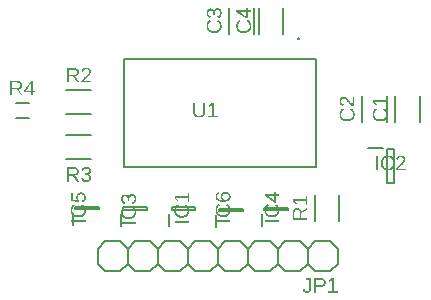
<source format=gbr>
G04 EAGLE Gerber RS-274X export*
G75*
%MOMM*%
%FSLAX34Y34*%
%LPD*%
%INSilkscreen Top*%
%IPPOS*%
%AMOC8*
5,1,8,0,0,1.08239X$1,22.5*%
G01*
G04 Define Apertures*
%ADD10C,0.127000*%
%ADD11C,0.200000*%
%ADD12C,0.152400*%
G36*
X270740Y233307D02*
X271208Y233341D01*
X271659Y233397D01*
X272094Y233475D01*
X272512Y233575D01*
X272914Y233698D01*
X273299Y233843D01*
X273667Y234010D01*
X274017Y234199D01*
X274346Y234408D01*
X274654Y234637D01*
X274942Y234886D01*
X275208Y235156D01*
X275454Y235445D01*
X275679Y235756D01*
X275883Y236086D01*
X276065Y236434D01*
X276222Y236798D01*
X276355Y237178D01*
X276464Y237574D01*
X276549Y237985D01*
X276610Y238412D01*
X276646Y238855D01*
X276658Y239313D01*
X276645Y239762D01*
X276606Y240197D01*
X276541Y240618D01*
X276450Y241025D01*
X276333Y241418D01*
X276190Y241797D01*
X276021Y242163D01*
X275826Y242515D01*
X275606Y242850D01*
X275362Y243166D01*
X275095Y243462D01*
X274804Y243740D01*
X274488Y243998D01*
X274149Y244237D01*
X273787Y244456D01*
X273400Y244656D01*
X272717Y243290D01*
X273028Y243122D01*
X273318Y242943D01*
X273589Y242755D01*
X273840Y242557D01*
X274070Y242348D01*
X274281Y242130D01*
X274471Y241901D01*
X274642Y241663D01*
X274792Y241414D01*
X274922Y241156D01*
X275032Y240887D01*
X275123Y240608D01*
X275193Y240319D01*
X275243Y240020D01*
X275273Y239711D01*
X275283Y239392D01*
X275262Y238900D01*
X275197Y238433D01*
X275089Y237992D01*
X274938Y237578D01*
X274744Y237190D01*
X274507Y236828D01*
X274227Y236492D01*
X273904Y236182D01*
X273545Y235904D01*
X273158Y235663D01*
X272744Y235459D01*
X272302Y235292D01*
X271832Y235162D01*
X271334Y235070D01*
X270809Y235014D01*
X270256Y234995D01*
X269697Y235013D01*
X269169Y235067D01*
X268672Y235156D01*
X268205Y235280D01*
X267769Y235440D01*
X267363Y235636D01*
X266988Y235867D01*
X266643Y236134D01*
X266334Y236433D01*
X266066Y236760D01*
X265840Y237116D01*
X265654Y237500D01*
X265510Y237913D01*
X265407Y238354D01*
X265345Y238824D01*
X265325Y239322D01*
X265334Y239643D01*
X265360Y239953D01*
X265405Y240251D01*
X265467Y240539D01*
X265547Y240815D01*
X265645Y241080D01*
X265761Y241334D01*
X265894Y241577D01*
X266044Y241807D01*
X266210Y242020D01*
X266392Y242217D01*
X266590Y242398D01*
X266804Y242562D01*
X267034Y242710D01*
X267279Y242842D01*
X267541Y242957D01*
X267015Y244542D01*
X266648Y244376D01*
X266304Y244188D01*
X265983Y243977D01*
X265686Y243745D01*
X265412Y243491D01*
X265161Y243215D01*
X264933Y242918D01*
X264729Y242598D01*
X264548Y242257D01*
X264392Y241896D01*
X264259Y241515D01*
X264151Y241113D01*
X264067Y240692D01*
X264006Y240249D01*
X263970Y239787D01*
X263958Y239305D01*
X263965Y238957D01*
X263984Y238619D01*
X264017Y238290D01*
X264063Y237971D01*
X264122Y237662D01*
X264194Y237362D01*
X264279Y237072D01*
X264377Y236791D01*
X264488Y236520D01*
X264612Y236258D01*
X264749Y236006D01*
X264899Y235764D01*
X265239Y235308D01*
X265631Y234890D01*
X266069Y234517D01*
X266548Y234193D01*
X267066Y233919D01*
X267340Y233801D01*
X267624Y233695D01*
X267918Y233601D01*
X268222Y233520D01*
X268536Y233452D01*
X268860Y233396D01*
X269194Y233352D01*
X269538Y233321D01*
X269892Y233303D01*
X270256Y233296D01*
X270740Y233307D01*
G37*
G36*
X276483Y254423D02*
X275143Y254423D01*
X275143Y251419D01*
X264142Y251419D01*
X264142Y249965D01*
X266148Y247048D01*
X267637Y247048D01*
X265649Y249834D01*
X275143Y249834D01*
X275143Y246689D01*
X276483Y246689D01*
X276483Y254423D01*
G37*
G36*
X242740Y233307D02*
X243208Y233341D01*
X243659Y233397D01*
X244094Y233475D01*
X244512Y233575D01*
X244914Y233698D01*
X245299Y233843D01*
X245667Y234010D01*
X246017Y234199D01*
X246346Y234408D01*
X246654Y234637D01*
X246942Y234886D01*
X247208Y235156D01*
X247454Y235445D01*
X247679Y235756D01*
X247883Y236086D01*
X248065Y236434D01*
X248222Y236798D01*
X248355Y237178D01*
X248464Y237574D01*
X248549Y237985D01*
X248610Y238412D01*
X248646Y238855D01*
X248658Y239313D01*
X248645Y239762D01*
X248606Y240197D01*
X248541Y240618D01*
X248450Y241025D01*
X248333Y241418D01*
X248190Y241797D01*
X248021Y242163D01*
X247826Y242515D01*
X247606Y242850D01*
X247362Y243166D01*
X247095Y243462D01*
X246804Y243740D01*
X246488Y243998D01*
X246149Y244237D01*
X245787Y244456D01*
X245400Y244656D01*
X244717Y243290D01*
X245028Y243122D01*
X245318Y242943D01*
X245589Y242755D01*
X245840Y242557D01*
X246070Y242348D01*
X246281Y242130D01*
X246471Y241901D01*
X246642Y241663D01*
X246792Y241414D01*
X246922Y241156D01*
X247032Y240887D01*
X247123Y240608D01*
X247193Y240319D01*
X247243Y240020D01*
X247273Y239711D01*
X247283Y239392D01*
X247262Y238900D01*
X247197Y238433D01*
X247089Y237992D01*
X246938Y237578D01*
X246744Y237190D01*
X246507Y236828D01*
X246227Y236492D01*
X245904Y236182D01*
X245545Y235904D01*
X245158Y235663D01*
X244744Y235459D01*
X244302Y235292D01*
X243832Y235162D01*
X243334Y235070D01*
X242809Y235014D01*
X242256Y234995D01*
X241697Y235013D01*
X241169Y235067D01*
X240672Y235156D01*
X240205Y235280D01*
X239769Y235440D01*
X239363Y235636D01*
X238988Y235867D01*
X238643Y236134D01*
X238334Y236433D01*
X238066Y236760D01*
X237840Y237116D01*
X237654Y237500D01*
X237510Y237913D01*
X237407Y238354D01*
X237345Y238824D01*
X237325Y239322D01*
X237334Y239643D01*
X237360Y239953D01*
X237405Y240251D01*
X237467Y240539D01*
X237547Y240815D01*
X237645Y241080D01*
X237761Y241334D01*
X237894Y241577D01*
X238044Y241807D01*
X238210Y242020D01*
X238392Y242217D01*
X238590Y242398D01*
X238804Y242562D01*
X239034Y242710D01*
X239279Y242842D01*
X239541Y242957D01*
X239015Y244542D01*
X238648Y244376D01*
X238304Y244188D01*
X237983Y243977D01*
X237686Y243745D01*
X237412Y243491D01*
X237161Y243215D01*
X236933Y242918D01*
X236729Y242598D01*
X236548Y242257D01*
X236392Y241896D01*
X236259Y241515D01*
X236151Y241113D01*
X236067Y240692D01*
X236006Y240249D01*
X235970Y239787D01*
X235958Y239305D01*
X235965Y238957D01*
X235984Y238619D01*
X236017Y238290D01*
X236063Y237971D01*
X236122Y237662D01*
X236194Y237362D01*
X236279Y237072D01*
X236377Y236791D01*
X236488Y236520D01*
X236612Y236258D01*
X236749Y236006D01*
X236899Y235764D01*
X237239Y235308D01*
X237631Y234890D01*
X238069Y234517D01*
X238548Y234193D01*
X239066Y233919D01*
X239340Y233801D01*
X239624Y233695D01*
X239918Y233601D01*
X240222Y233520D01*
X240536Y233452D01*
X240860Y233396D01*
X241194Y233352D01*
X241538Y233321D01*
X241892Y233303D01*
X242256Y233296D01*
X242740Y233307D01*
G37*
G36*
X248483Y254397D02*
X247143Y254397D01*
X247143Y247959D01*
X246833Y248111D01*
X246518Y248305D01*
X246196Y248541D01*
X245869Y248818D01*
X245528Y249141D01*
X245167Y249516D01*
X244786Y249942D01*
X244384Y250420D01*
X243688Y251262D01*
X243090Y251955D01*
X242589Y252501D01*
X242186Y252899D01*
X241831Y253203D01*
X241476Y253467D01*
X241121Y253691D01*
X240767Y253876D01*
X240411Y254019D01*
X240055Y254122D01*
X239698Y254184D01*
X239339Y254204D01*
X238946Y254188D01*
X238575Y254141D01*
X238228Y254063D01*
X237904Y253953D01*
X237603Y253812D01*
X237325Y253640D01*
X237070Y253436D01*
X236839Y253201D01*
X236632Y252937D01*
X236453Y252646D01*
X236302Y252328D01*
X236178Y251983D01*
X236082Y251611D01*
X236013Y251212D01*
X235972Y250786D01*
X235958Y250333D01*
X235972Y249918D01*
X236013Y249522D01*
X236081Y249145D01*
X236177Y248788D01*
X236300Y248450D01*
X236451Y248131D01*
X236629Y247832D01*
X236834Y247552D01*
X237063Y247296D01*
X237310Y247068D01*
X237576Y246868D01*
X237861Y246697D01*
X238165Y246554D01*
X238488Y246439D01*
X238830Y246353D01*
X239190Y246295D01*
X239339Y247907D01*
X239099Y247944D01*
X238872Y247997D01*
X238659Y248068D01*
X238460Y248155D01*
X238275Y248259D01*
X238103Y248380D01*
X237946Y248518D01*
X237802Y248673D01*
X237674Y248842D01*
X237562Y249021D01*
X237468Y249212D01*
X237391Y249414D01*
X237332Y249627D01*
X237289Y249851D01*
X237263Y250087D01*
X237255Y250333D01*
X237263Y250590D01*
X237290Y250834D01*
X237333Y251062D01*
X237395Y251277D01*
X237474Y251476D01*
X237570Y251661D01*
X237684Y251832D01*
X237815Y251988D01*
X237962Y252128D01*
X238124Y252249D01*
X238300Y252351D01*
X238490Y252435D01*
X238694Y252500D01*
X238912Y252547D01*
X239145Y252574D01*
X239392Y252584D01*
X239758Y252562D01*
X240105Y252497D01*
X240433Y252389D01*
X240740Y252238D01*
X241035Y252051D01*
X241323Y251838D01*
X241604Y251598D01*
X241879Y251331D01*
X242422Y250737D01*
X242965Y250074D01*
X243531Y249375D01*
X244143Y248669D01*
X244470Y248318D01*
X244815Y247976D01*
X245179Y247641D01*
X245562Y247315D01*
X245969Y247006D01*
X246406Y246721D01*
X246873Y246461D01*
X247371Y246225D01*
X248483Y246225D01*
X248483Y254397D01*
G37*
G36*
X130140Y308157D02*
X130608Y308191D01*
X131059Y308247D01*
X131494Y308325D01*
X131912Y308425D01*
X132314Y308548D01*
X132699Y308693D01*
X133067Y308860D01*
X133417Y309049D01*
X133746Y309258D01*
X134054Y309487D01*
X134342Y309736D01*
X134608Y310006D01*
X134854Y310295D01*
X135079Y310606D01*
X135283Y310936D01*
X135465Y311284D01*
X135622Y311648D01*
X135755Y312028D01*
X135864Y312424D01*
X135949Y312835D01*
X136010Y313262D01*
X136046Y313705D01*
X136058Y314163D01*
X136045Y314612D01*
X136006Y315047D01*
X135941Y315468D01*
X135850Y315875D01*
X135733Y316268D01*
X135590Y316647D01*
X135421Y317013D01*
X135226Y317365D01*
X135006Y317700D01*
X134762Y318016D01*
X134495Y318312D01*
X134204Y318590D01*
X133888Y318848D01*
X133549Y319087D01*
X133187Y319306D01*
X132800Y319506D01*
X132117Y318140D01*
X132428Y317972D01*
X132718Y317793D01*
X132989Y317605D01*
X133240Y317407D01*
X133470Y317198D01*
X133681Y316980D01*
X133871Y316751D01*
X134042Y316513D01*
X134192Y316264D01*
X134322Y316006D01*
X134432Y315737D01*
X134523Y315458D01*
X134593Y315169D01*
X134643Y314870D01*
X134673Y314561D01*
X134683Y314242D01*
X134662Y313750D01*
X134597Y313283D01*
X134489Y312842D01*
X134338Y312428D01*
X134144Y312040D01*
X133907Y311678D01*
X133627Y311342D01*
X133304Y311032D01*
X132945Y310754D01*
X132558Y310513D01*
X132144Y310309D01*
X131702Y310142D01*
X131232Y310012D01*
X130734Y309920D01*
X130209Y309864D01*
X129656Y309845D01*
X129097Y309863D01*
X128569Y309917D01*
X128072Y310006D01*
X127605Y310130D01*
X127169Y310290D01*
X126763Y310486D01*
X126388Y310717D01*
X126043Y310984D01*
X125734Y311283D01*
X125466Y311610D01*
X125240Y311966D01*
X125054Y312350D01*
X124910Y312763D01*
X124807Y313204D01*
X124745Y313674D01*
X124725Y314172D01*
X124734Y314493D01*
X124760Y314803D01*
X124805Y315101D01*
X124867Y315389D01*
X124947Y315665D01*
X125045Y315930D01*
X125161Y316184D01*
X125294Y316427D01*
X125444Y316657D01*
X125610Y316870D01*
X125792Y317067D01*
X125990Y317248D01*
X126204Y317412D01*
X126434Y317560D01*
X126679Y317692D01*
X126941Y317807D01*
X126415Y319392D01*
X126048Y319226D01*
X125704Y319038D01*
X125383Y318827D01*
X125086Y318595D01*
X124812Y318341D01*
X124561Y318065D01*
X124333Y317768D01*
X124129Y317448D01*
X123948Y317107D01*
X123792Y316746D01*
X123659Y316365D01*
X123551Y315963D01*
X123467Y315542D01*
X123406Y315099D01*
X123370Y314637D01*
X123358Y314155D01*
X123365Y313807D01*
X123384Y313469D01*
X123417Y313140D01*
X123463Y312821D01*
X123522Y312512D01*
X123594Y312212D01*
X123679Y311922D01*
X123777Y311641D01*
X123888Y311370D01*
X124012Y311108D01*
X124149Y310856D01*
X124299Y310614D01*
X124639Y310158D01*
X125031Y309740D01*
X125469Y309367D01*
X125948Y309043D01*
X126466Y308769D01*
X126740Y308651D01*
X127024Y308545D01*
X127318Y308451D01*
X127622Y308370D01*
X127936Y308302D01*
X128260Y308246D01*
X128594Y308202D01*
X128938Y308171D01*
X129292Y308153D01*
X129656Y308146D01*
X130140Y308157D01*
G37*
G36*
X133114Y320923D02*
X133489Y321018D01*
X133840Y321141D01*
X134165Y321293D01*
X134465Y321473D01*
X134740Y321681D01*
X134989Y321918D01*
X135213Y322183D01*
X135411Y322474D01*
X135583Y322789D01*
X135728Y323127D01*
X135847Y323489D01*
X135939Y323875D01*
X136005Y324284D01*
X136045Y324717D01*
X136058Y325174D01*
X136044Y325663D01*
X136000Y326123D01*
X135926Y326554D01*
X135824Y326956D01*
X135692Y327329D01*
X135531Y327674D01*
X135341Y327989D01*
X135121Y328275D01*
X134875Y328529D01*
X134604Y328750D01*
X134310Y328936D01*
X133991Y329089D01*
X133649Y329208D01*
X133282Y329293D01*
X132891Y329344D01*
X132476Y329361D01*
X132187Y329349D01*
X131910Y329312D01*
X131646Y329252D01*
X131394Y329168D01*
X131155Y329060D01*
X130929Y328927D01*
X130715Y328771D01*
X130514Y328590D01*
X130329Y328388D01*
X130164Y328166D01*
X130018Y327926D01*
X129892Y327666D01*
X129786Y327387D01*
X129699Y327089D01*
X129633Y326772D01*
X129586Y326435D01*
X129551Y326435D01*
X129477Y326741D01*
X129389Y327028D01*
X129286Y327297D01*
X129169Y327547D01*
X129036Y327777D01*
X128888Y327990D01*
X128725Y328183D01*
X128548Y328358D01*
X128356Y328513D01*
X128150Y328647D01*
X127930Y328761D01*
X127697Y328854D01*
X127450Y328926D01*
X127189Y328978D01*
X126914Y329009D01*
X126625Y329019D01*
X126250Y329003D01*
X125897Y328955D01*
X125565Y328874D01*
X125253Y328762D01*
X124964Y328617D01*
X124695Y328440D01*
X124447Y328231D01*
X124221Y327990D01*
X124019Y327720D01*
X123844Y327424D01*
X123695Y327102D01*
X123574Y326754D01*
X123480Y326380D01*
X123412Y325981D01*
X123372Y325555D01*
X123358Y325104D01*
X123372Y324689D01*
X123411Y324293D01*
X123478Y323916D01*
X123571Y323559D01*
X123690Y323221D01*
X123836Y322903D01*
X124009Y322603D01*
X124208Y322323D01*
X124431Y322067D01*
X124674Y321839D01*
X124939Y321639D01*
X125224Y321468D01*
X125530Y321325D01*
X125857Y321211D01*
X126204Y321124D01*
X126573Y321066D01*
X126695Y322652D01*
X126459Y322686D01*
X126237Y322738D01*
X126028Y322806D01*
X125833Y322891D01*
X125651Y322993D01*
X125483Y323112D01*
X125329Y323248D01*
X125189Y323400D01*
X125064Y323568D01*
X124955Y323747D01*
X124863Y323939D01*
X124788Y324144D01*
X124730Y324361D01*
X124688Y324590D01*
X124663Y324832D01*
X124655Y325086D01*
X124664Y325364D01*
X124690Y325625D01*
X124735Y325868D01*
X124798Y326093D01*
X124879Y326300D01*
X124977Y326490D01*
X125094Y326662D01*
X125228Y326816D01*
X125378Y326953D01*
X125541Y327071D01*
X125717Y327171D01*
X125906Y327253D01*
X126108Y327317D01*
X126323Y327362D01*
X126551Y327390D01*
X126792Y327399D01*
X127035Y327388D01*
X127264Y327354D01*
X127480Y327298D01*
X127682Y327220D01*
X127870Y327120D01*
X128046Y326997D01*
X128207Y326852D01*
X128355Y326685D01*
X128487Y326497D01*
X128602Y326292D01*
X128699Y326068D01*
X128779Y325825D01*
X128841Y325565D01*
X128885Y325287D01*
X128911Y324990D01*
X128920Y324675D01*
X128920Y323816D01*
X130286Y323816D01*
X130286Y324710D01*
X130295Y325065D01*
X130322Y325398D01*
X130366Y325710D01*
X130428Y326001D01*
X130507Y326270D01*
X130604Y326517D01*
X130719Y326743D01*
X130851Y326948D01*
X130999Y327129D01*
X131161Y327287D01*
X131337Y327420D01*
X131527Y327529D01*
X131730Y327614D01*
X131947Y327674D01*
X132179Y327711D01*
X132423Y327723D01*
X132704Y327712D01*
X132966Y327680D01*
X133210Y327627D01*
X133437Y327553D01*
X133646Y327458D01*
X133837Y327341D01*
X134011Y327203D01*
X134166Y327044D01*
X134304Y326866D01*
X134423Y326673D01*
X134524Y326463D01*
X134606Y326237D01*
X134671Y325995D01*
X134717Y325738D01*
X134744Y325464D01*
X134753Y325174D01*
X134745Y324885D01*
X134719Y324613D01*
X134676Y324356D01*
X134616Y324116D01*
X134539Y323892D01*
X134445Y323683D01*
X134334Y323491D01*
X134206Y323315D01*
X134060Y323155D01*
X133898Y323011D01*
X133718Y322883D01*
X133522Y322771D01*
X133308Y322676D01*
X133077Y322596D01*
X132829Y322533D01*
X132564Y322485D01*
X132712Y320856D01*
X133114Y320923D01*
G37*
G36*
X158189Y326400D02*
X160983Y326400D01*
X160983Y327889D01*
X158189Y327889D01*
X158189Y329623D01*
X156945Y329623D01*
X156945Y327889D01*
X148642Y327889D01*
X148642Y326234D01*
X156963Y320585D01*
X158189Y320585D01*
X158189Y326400D01*
G37*
G36*
X155240Y308157D02*
X155708Y308191D01*
X156159Y308247D01*
X156594Y308325D01*
X157012Y308425D01*
X157414Y308548D01*
X157799Y308693D01*
X158167Y308860D01*
X158517Y309049D01*
X158846Y309258D01*
X159154Y309487D01*
X159442Y309736D01*
X159708Y310006D01*
X159954Y310295D01*
X160179Y310606D01*
X160383Y310936D01*
X160565Y311284D01*
X160722Y311648D01*
X160855Y312028D01*
X160964Y312424D01*
X161049Y312835D01*
X161110Y313262D01*
X161146Y313705D01*
X161158Y314163D01*
X161145Y314612D01*
X161106Y315047D01*
X161041Y315468D01*
X160950Y315875D01*
X160833Y316268D01*
X160690Y316647D01*
X160521Y317013D01*
X160326Y317365D01*
X160106Y317700D01*
X159862Y318016D01*
X159595Y318312D01*
X159304Y318590D01*
X158988Y318848D01*
X158649Y319087D01*
X158287Y319306D01*
X157900Y319506D01*
X157217Y318140D01*
X157528Y317972D01*
X157818Y317793D01*
X158089Y317605D01*
X158340Y317407D01*
X158570Y317198D01*
X158781Y316980D01*
X158971Y316751D01*
X159142Y316513D01*
X159292Y316264D01*
X159422Y316006D01*
X159532Y315737D01*
X159623Y315458D01*
X159693Y315169D01*
X159743Y314870D01*
X159773Y314561D01*
X159783Y314242D01*
X159762Y313750D01*
X159697Y313283D01*
X159589Y312842D01*
X159438Y312428D01*
X159244Y312040D01*
X159007Y311678D01*
X158727Y311342D01*
X158404Y311032D01*
X158045Y310754D01*
X157658Y310513D01*
X157244Y310309D01*
X156802Y310142D01*
X156332Y310012D01*
X155834Y309920D01*
X155309Y309864D01*
X154756Y309845D01*
X154197Y309863D01*
X153669Y309917D01*
X153172Y310006D01*
X152705Y310130D01*
X152269Y310290D01*
X151863Y310486D01*
X151488Y310717D01*
X151143Y310984D01*
X150834Y311283D01*
X150566Y311610D01*
X150340Y311966D01*
X150154Y312350D01*
X150010Y312763D01*
X149907Y313204D01*
X149845Y313674D01*
X149825Y314172D01*
X149834Y314493D01*
X149860Y314803D01*
X149905Y315101D01*
X149967Y315389D01*
X150047Y315665D01*
X150145Y315930D01*
X150261Y316184D01*
X150394Y316427D01*
X150544Y316657D01*
X150710Y316870D01*
X150892Y317067D01*
X151090Y317248D01*
X151304Y317412D01*
X151534Y317560D01*
X151779Y317692D01*
X152041Y317807D01*
X151515Y319392D01*
X151148Y319226D01*
X150804Y319038D01*
X150483Y318827D01*
X150186Y318595D01*
X149912Y318341D01*
X149661Y318065D01*
X149433Y317768D01*
X149229Y317448D01*
X149048Y317107D01*
X148892Y316746D01*
X148759Y316365D01*
X148651Y315963D01*
X148567Y315542D01*
X148506Y315099D01*
X148470Y314637D01*
X148458Y314155D01*
X148465Y313807D01*
X148484Y313469D01*
X148517Y313140D01*
X148563Y312821D01*
X148622Y312512D01*
X148694Y312212D01*
X148779Y311922D01*
X148877Y311641D01*
X148988Y311370D01*
X149112Y311108D01*
X149249Y310856D01*
X149399Y310614D01*
X149739Y310158D01*
X150131Y309740D01*
X150569Y309367D01*
X151048Y309043D01*
X151566Y308769D01*
X151840Y308651D01*
X152124Y308545D01*
X152418Y308451D01*
X152722Y308370D01*
X153036Y308302D01*
X153360Y308246D01*
X153694Y308202D01*
X154038Y308171D01*
X154392Y308153D01*
X154756Y308146D01*
X155240Y308157D01*
G37*
%LPC*%
G36*
X156770Y322179D02*
X156122Y322652D01*
X151462Y325813D01*
X150884Y326155D01*
X150420Y326400D01*
X156945Y326400D01*
X156945Y322038D01*
X156770Y322179D01*
G37*
%LPD*%
G36*
X102807Y151835D02*
X103275Y151869D01*
X103726Y151925D01*
X104161Y152003D01*
X104579Y152103D01*
X104981Y152226D01*
X105366Y152371D01*
X105734Y152538D01*
X106084Y152727D01*
X106413Y152936D01*
X106721Y153165D01*
X107009Y153414D01*
X107275Y153684D01*
X107521Y153973D01*
X107746Y154284D01*
X107950Y154614D01*
X108132Y154962D01*
X108289Y155326D01*
X108422Y155706D01*
X108531Y156102D01*
X108616Y156513D01*
X108677Y156940D01*
X108713Y157383D01*
X108725Y157841D01*
X108712Y158290D01*
X108673Y158725D01*
X108608Y159146D01*
X108517Y159553D01*
X108400Y159946D01*
X108257Y160325D01*
X108088Y160691D01*
X107893Y161043D01*
X107673Y161378D01*
X107429Y161694D01*
X107162Y161990D01*
X106871Y162268D01*
X106555Y162526D01*
X106216Y162765D01*
X105854Y162984D01*
X105467Y163184D01*
X104784Y161818D01*
X105095Y161650D01*
X105385Y161471D01*
X105656Y161283D01*
X105907Y161085D01*
X106137Y160876D01*
X106348Y160658D01*
X106538Y160429D01*
X106709Y160191D01*
X106859Y159942D01*
X106989Y159684D01*
X107099Y159415D01*
X107190Y159136D01*
X107260Y158847D01*
X107310Y158548D01*
X107340Y158239D01*
X107350Y157920D01*
X107329Y157428D01*
X107264Y156961D01*
X107156Y156520D01*
X107005Y156106D01*
X106811Y155718D01*
X106574Y155356D01*
X106294Y155020D01*
X105971Y154710D01*
X105612Y154432D01*
X105225Y154191D01*
X104811Y153987D01*
X104369Y153820D01*
X103899Y153690D01*
X103401Y153598D01*
X102876Y153542D01*
X102323Y153523D01*
X101764Y153541D01*
X101236Y153595D01*
X100739Y153684D01*
X100272Y153808D01*
X99836Y153968D01*
X99430Y154164D01*
X99055Y154395D01*
X98710Y154662D01*
X98401Y154961D01*
X98133Y155288D01*
X97907Y155644D01*
X97721Y156028D01*
X97577Y156441D01*
X97474Y156882D01*
X97412Y157352D01*
X97392Y157850D01*
X97401Y158171D01*
X97427Y158481D01*
X97472Y158779D01*
X97534Y159067D01*
X97614Y159343D01*
X97712Y159608D01*
X97828Y159862D01*
X97961Y160106D01*
X98111Y160335D01*
X98277Y160548D01*
X98459Y160745D01*
X98657Y160926D01*
X98871Y161090D01*
X99101Y161238D01*
X99346Y161370D01*
X99608Y161485D01*
X99082Y163070D01*
X98715Y162904D01*
X98371Y162716D01*
X98050Y162505D01*
X97753Y162273D01*
X97479Y162019D01*
X97228Y161743D01*
X97000Y161446D01*
X96796Y161126D01*
X96615Y160785D01*
X96459Y160424D01*
X96326Y160043D01*
X96218Y159641D01*
X96134Y159220D01*
X96073Y158778D01*
X96037Y158315D01*
X96025Y157833D01*
X96032Y157485D01*
X96051Y157147D01*
X96084Y156818D01*
X96130Y156499D01*
X96189Y156190D01*
X96261Y155890D01*
X96346Y155600D01*
X96444Y155319D01*
X96555Y155048D01*
X96679Y154786D01*
X96816Y154534D01*
X96966Y154292D01*
X97306Y153836D01*
X97698Y153418D01*
X98136Y153045D01*
X98615Y152721D01*
X99133Y152447D01*
X99407Y152329D01*
X99691Y152223D01*
X99985Y152129D01*
X100289Y152048D01*
X100603Y151980D01*
X100927Y151924D01*
X101261Y151880D01*
X101605Y151849D01*
X101959Y151831D01*
X102323Y151824D01*
X102807Y151835D01*
G37*
G36*
X108550Y172951D02*
X107210Y172951D01*
X107210Y169947D01*
X96209Y169947D01*
X96209Y168493D01*
X98215Y165576D01*
X99704Y165576D01*
X97716Y168362D01*
X107210Y168362D01*
X107210Y165217D01*
X108550Y165217D01*
X108550Y172951D01*
G37*
G36*
X108550Y149273D02*
X96209Y149273D01*
X96209Y147600D01*
X108550Y147600D01*
X108550Y149273D01*
G37*
G36*
X277289Y191788D02*
X277724Y191827D01*
X278145Y191892D01*
X278552Y191983D01*
X278945Y192100D01*
X279324Y192243D01*
X279690Y192412D01*
X280042Y192607D01*
X280377Y192827D01*
X280693Y193071D01*
X280989Y193338D01*
X281267Y193629D01*
X281525Y193945D01*
X281764Y194284D01*
X281983Y194646D01*
X282183Y195033D01*
X280817Y195716D01*
X280649Y195405D01*
X280470Y195115D01*
X280282Y194844D01*
X280084Y194593D01*
X279875Y194363D01*
X279657Y194152D01*
X279429Y193962D01*
X279190Y193791D01*
X278941Y193641D01*
X278683Y193511D01*
X278414Y193401D01*
X278135Y193310D01*
X277846Y193240D01*
X277547Y193190D01*
X277238Y193160D01*
X276919Y193150D01*
X276427Y193171D01*
X275960Y193236D01*
X275520Y193344D01*
X275105Y193495D01*
X274717Y193689D01*
X274355Y193926D01*
X274019Y194206D01*
X273709Y194529D01*
X273431Y194888D01*
X273190Y195275D01*
X272986Y195689D01*
X272819Y196131D01*
X272689Y196601D01*
X272597Y197099D01*
X272541Y197624D01*
X272523Y198177D01*
X272540Y198736D01*
X272594Y199264D01*
X272683Y199761D01*
X272807Y200228D01*
X272967Y200664D01*
X273163Y201070D01*
X273394Y201445D01*
X273661Y201790D01*
X273960Y202099D01*
X274287Y202367D01*
X274643Y202593D01*
X275027Y202779D01*
X275440Y202923D01*
X275881Y203026D01*
X276351Y203088D01*
X276849Y203108D01*
X277170Y203099D01*
X277480Y203073D01*
X277778Y203028D01*
X278066Y202966D01*
X278342Y202886D01*
X278607Y202788D01*
X278861Y202673D01*
X279105Y202539D01*
X279334Y202389D01*
X279547Y202223D01*
X279744Y202041D01*
X279925Y201843D01*
X280089Y201629D01*
X280237Y201399D01*
X280369Y201154D01*
X280484Y200892D01*
X282069Y201418D01*
X281903Y201785D01*
X281715Y202129D01*
X281504Y202450D01*
X281272Y202747D01*
X281018Y203021D01*
X280742Y203272D01*
X280445Y203500D01*
X280125Y203704D01*
X279784Y203885D01*
X279423Y204041D01*
X279042Y204174D01*
X278640Y204282D01*
X278219Y204366D01*
X277777Y204427D01*
X277314Y204463D01*
X276832Y204475D01*
X276484Y204468D01*
X276146Y204449D01*
X275817Y204416D01*
X275498Y204370D01*
X275189Y204311D01*
X274889Y204239D01*
X274599Y204155D01*
X274318Y204056D01*
X274047Y203945D01*
X273785Y203821D01*
X273533Y203684D01*
X273291Y203534D01*
X272835Y203194D01*
X272417Y202802D01*
X272044Y202364D01*
X271720Y201885D01*
X271446Y201367D01*
X271328Y201093D01*
X271222Y200809D01*
X271128Y200515D01*
X271048Y200211D01*
X270979Y199897D01*
X270923Y199573D01*
X270879Y199239D01*
X270848Y198895D01*
X270830Y198541D01*
X270823Y198177D01*
X270835Y197693D01*
X270868Y197225D01*
X270924Y196774D01*
X271002Y196339D01*
X271102Y195921D01*
X271225Y195519D01*
X271370Y195134D01*
X271537Y194766D01*
X271726Y194416D01*
X271935Y194087D01*
X272164Y193779D01*
X272413Y193492D01*
X272683Y193225D01*
X272972Y192979D01*
X273283Y192754D01*
X273613Y192550D01*
X273961Y192368D01*
X274325Y192211D01*
X274705Y192078D01*
X275101Y191969D01*
X275512Y191884D01*
X275939Y191823D01*
X276382Y191787D01*
X276840Y191775D01*
X277289Y191788D01*
G37*
G36*
X291924Y193290D02*
X285486Y193290D01*
X285638Y193600D01*
X285832Y193915D01*
X286068Y194237D01*
X286345Y194564D01*
X286668Y194905D01*
X287043Y195266D01*
X287470Y195647D01*
X287947Y196049D01*
X288789Y196745D01*
X289482Y197343D01*
X290028Y197844D01*
X290426Y198247D01*
X290730Y198602D01*
X290994Y198957D01*
X291218Y199312D01*
X291403Y199666D01*
X291546Y200022D01*
X291649Y200378D01*
X291711Y200735D01*
X291731Y201094D01*
X291715Y201487D01*
X291668Y201858D01*
X291590Y202205D01*
X291480Y202529D01*
X291339Y202830D01*
X291167Y203108D01*
X290963Y203363D01*
X290728Y203594D01*
X290464Y203801D01*
X290173Y203980D01*
X289855Y204131D01*
X289510Y204255D01*
X289138Y204351D01*
X288739Y204420D01*
X288313Y204461D01*
X287860Y204475D01*
X287445Y204461D01*
X287049Y204420D01*
X286672Y204352D01*
X286315Y204256D01*
X285977Y204133D01*
X285658Y203982D01*
X285359Y203804D01*
X285079Y203599D01*
X284823Y203370D01*
X284595Y203123D01*
X284395Y202857D01*
X284224Y202572D01*
X284081Y202268D01*
X283966Y201945D01*
X283880Y201603D01*
X283822Y201243D01*
X285434Y201094D01*
X285471Y201334D01*
X285524Y201561D01*
X285595Y201774D01*
X285682Y201973D01*
X285786Y202158D01*
X285908Y202330D01*
X286045Y202487D01*
X286200Y202631D01*
X286369Y202759D01*
X286549Y202871D01*
X286739Y202965D01*
X286941Y203042D01*
X287154Y203101D01*
X287378Y203144D01*
X287614Y203170D01*
X287860Y203178D01*
X288118Y203170D01*
X288361Y203143D01*
X288589Y203100D01*
X288804Y203038D01*
X289003Y202959D01*
X289188Y202863D01*
X289359Y202749D01*
X289515Y202618D01*
X289655Y202471D01*
X289776Y202309D01*
X289878Y202133D01*
X289962Y201943D01*
X290027Y201739D01*
X290074Y201521D01*
X290101Y201288D01*
X290111Y201041D01*
X290089Y200675D01*
X290024Y200328D01*
X289916Y200000D01*
X289765Y199693D01*
X289578Y199398D01*
X289365Y199110D01*
X289125Y198829D01*
X288858Y198554D01*
X288264Y198011D01*
X287601Y197468D01*
X286902Y196902D01*
X286196Y196290D01*
X285845Y195963D01*
X285503Y195618D01*
X285169Y195254D01*
X284843Y194871D01*
X284533Y194464D01*
X284248Y194027D01*
X283988Y193560D01*
X283752Y193062D01*
X283752Y191950D01*
X291924Y191950D01*
X291924Y193290D01*
G37*
G36*
X268272Y204291D02*
X266599Y204291D01*
X266599Y191950D01*
X268272Y191950D01*
X268272Y204291D01*
G37*
G36*
X57807Y150635D02*
X58275Y150669D01*
X58726Y150725D01*
X59161Y150803D01*
X59579Y150903D01*
X59981Y151026D01*
X60366Y151171D01*
X60734Y151338D01*
X61084Y151527D01*
X61413Y151736D01*
X61721Y151965D01*
X62009Y152214D01*
X62275Y152484D01*
X62521Y152773D01*
X62746Y153084D01*
X62950Y153414D01*
X63132Y153762D01*
X63289Y154126D01*
X63422Y154506D01*
X63531Y154902D01*
X63616Y155313D01*
X63677Y155740D01*
X63713Y156183D01*
X63725Y156641D01*
X63712Y157090D01*
X63673Y157525D01*
X63608Y157946D01*
X63517Y158353D01*
X63400Y158746D01*
X63257Y159125D01*
X63088Y159491D01*
X62893Y159843D01*
X62673Y160178D01*
X62429Y160494D01*
X62162Y160790D01*
X61871Y161068D01*
X61555Y161326D01*
X61216Y161565D01*
X60854Y161784D01*
X60467Y161984D01*
X59784Y160618D01*
X60095Y160450D01*
X60385Y160271D01*
X60656Y160083D01*
X60907Y159885D01*
X61137Y159676D01*
X61348Y159458D01*
X61538Y159229D01*
X61709Y158991D01*
X61859Y158742D01*
X61989Y158484D01*
X62099Y158215D01*
X62190Y157936D01*
X62260Y157647D01*
X62310Y157348D01*
X62340Y157039D01*
X62350Y156720D01*
X62329Y156228D01*
X62264Y155761D01*
X62156Y155320D01*
X62005Y154906D01*
X61811Y154518D01*
X61574Y154156D01*
X61294Y153820D01*
X60971Y153510D01*
X60612Y153232D01*
X60225Y152991D01*
X59811Y152787D01*
X59369Y152620D01*
X58899Y152490D01*
X58401Y152398D01*
X57876Y152342D01*
X57323Y152323D01*
X56764Y152341D01*
X56236Y152395D01*
X55739Y152484D01*
X55272Y152608D01*
X54836Y152768D01*
X54430Y152964D01*
X54055Y153195D01*
X53710Y153462D01*
X53401Y153761D01*
X53133Y154088D01*
X52907Y154444D01*
X52721Y154828D01*
X52577Y155241D01*
X52474Y155682D01*
X52412Y156152D01*
X52392Y156650D01*
X52401Y156971D01*
X52427Y157281D01*
X52472Y157579D01*
X52534Y157867D01*
X52614Y158143D01*
X52712Y158408D01*
X52828Y158662D01*
X52961Y158906D01*
X53111Y159135D01*
X53277Y159348D01*
X53459Y159545D01*
X53657Y159726D01*
X53871Y159890D01*
X54101Y160038D01*
X54346Y160170D01*
X54608Y160285D01*
X54082Y161870D01*
X53715Y161704D01*
X53371Y161516D01*
X53050Y161305D01*
X52753Y161073D01*
X52479Y160819D01*
X52228Y160543D01*
X52000Y160246D01*
X51796Y159926D01*
X51615Y159585D01*
X51459Y159224D01*
X51326Y158843D01*
X51218Y158441D01*
X51134Y158020D01*
X51073Y157578D01*
X51037Y157115D01*
X51025Y156633D01*
X51032Y156285D01*
X51051Y155947D01*
X51084Y155618D01*
X51130Y155299D01*
X51189Y154990D01*
X51261Y154690D01*
X51346Y154400D01*
X51444Y154119D01*
X51555Y153848D01*
X51679Y153586D01*
X51816Y153334D01*
X51966Y153092D01*
X52306Y152636D01*
X52698Y152218D01*
X53136Y151845D01*
X53615Y151521D01*
X54133Y151247D01*
X54407Y151129D01*
X54691Y151023D01*
X54985Y150929D01*
X55289Y150848D01*
X55603Y150780D01*
X55927Y150724D01*
X56261Y150680D01*
X56605Y150649D01*
X56959Y150631D01*
X57323Y150624D01*
X57807Y150635D01*
G37*
G36*
X60781Y163401D02*
X61156Y163496D01*
X61507Y163619D01*
X61832Y163771D01*
X62132Y163951D01*
X62407Y164159D01*
X62656Y164396D01*
X62880Y164661D01*
X63078Y164952D01*
X63250Y165267D01*
X63395Y165605D01*
X63514Y165967D01*
X63606Y166353D01*
X63672Y166762D01*
X63712Y167195D01*
X63725Y167652D01*
X63711Y168141D01*
X63667Y168601D01*
X63593Y169032D01*
X63491Y169434D01*
X63359Y169807D01*
X63198Y170152D01*
X63008Y170467D01*
X62788Y170753D01*
X62542Y171007D01*
X62271Y171228D01*
X61977Y171414D01*
X61658Y171567D01*
X61316Y171686D01*
X60949Y171771D01*
X60558Y171822D01*
X60143Y171839D01*
X59854Y171827D01*
X59577Y171790D01*
X59313Y171730D01*
X59061Y171646D01*
X58822Y171538D01*
X58596Y171405D01*
X58382Y171249D01*
X58181Y171068D01*
X57996Y170866D01*
X57831Y170644D01*
X57685Y170404D01*
X57559Y170144D01*
X57453Y169865D01*
X57366Y169567D01*
X57300Y169250D01*
X57253Y168913D01*
X57218Y168913D01*
X57144Y169219D01*
X57056Y169506D01*
X56953Y169775D01*
X56836Y170025D01*
X56703Y170255D01*
X56555Y170468D01*
X56392Y170661D01*
X56215Y170836D01*
X56023Y170991D01*
X55817Y171125D01*
X55597Y171239D01*
X55364Y171332D01*
X55117Y171404D01*
X54856Y171456D01*
X54581Y171487D01*
X54292Y171497D01*
X53917Y171481D01*
X53564Y171433D01*
X53232Y171352D01*
X52920Y171240D01*
X52631Y171095D01*
X52362Y170918D01*
X52114Y170709D01*
X51888Y170468D01*
X51686Y170198D01*
X51511Y169902D01*
X51362Y169580D01*
X51241Y169232D01*
X51147Y168858D01*
X51079Y168459D01*
X51039Y168033D01*
X51025Y167582D01*
X51039Y167167D01*
X51078Y166771D01*
X51145Y166394D01*
X51238Y166037D01*
X51357Y165699D01*
X51503Y165381D01*
X51676Y165081D01*
X51875Y164801D01*
X52098Y164545D01*
X52341Y164317D01*
X52606Y164117D01*
X52891Y163946D01*
X53197Y163803D01*
X53524Y163689D01*
X53871Y163602D01*
X54240Y163544D01*
X54362Y165130D01*
X54126Y165164D01*
X53904Y165216D01*
X53695Y165284D01*
X53500Y165369D01*
X53318Y165471D01*
X53150Y165590D01*
X52996Y165726D01*
X52856Y165878D01*
X52731Y166046D01*
X52622Y166225D01*
X52530Y166417D01*
X52455Y166622D01*
X52397Y166839D01*
X52355Y167068D01*
X52330Y167310D01*
X52322Y167564D01*
X52331Y167842D01*
X52357Y168103D01*
X52402Y168346D01*
X52465Y168571D01*
X52546Y168778D01*
X52644Y168968D01*
X52761Y169140D01*
X52895Y169294D01*
X53045Y169431D01*
X53208Y169549D01*
X53384Y169649D01*
X53573Y169731D01*
X53775Y169795D01*
X53990Y169840D01*
X54218Y169868D01*
X54459Y169877D01*
X54702Y169866D01*
X54931Y169832D01*
X55147Y169776D01*
X55349Y169698D01*
X55537Y169598D01*
X55713Y169475D01*
X55874Y169330D01*
X56022Y169163D01*
X56154Y168975D01*
X56269Y168770D01*
X56366Y168546D01*
X56446Y168303D01*
X56508Y168043D01*
X56552Y167765D01*
X56578Y167468D01*
X56587Y167153D01*
X56587Y166294D01*
X57953Y166294D01*
X57953Y167188D01*
X57962Y167543D01*
X57989Y167876D01*
X58033Y168188D01*
X58095Y168479D01*
X58174Y168748D01*
X58271Y168995D01*
X58386Y169221D01*
X58518Y169426D01*
X58666Y169607D01*
X58828Y169765D01*
X59004Y169898D01*
X59194Y170007D01*
X59397Y170092D01*
X59614Y170152D01*
X59846Y170189D01*
X60090Y170201D01*
X60371Y170190D01*
X60633Y170158D01*
X60877Y170105D01*
X61104Y170031D01*
X61313Y169936D01*
X61504Y169819D01*
X61678Y169681D01*
X61833Y169522D01*
X61971Y169344D01*
X62090Y169151D01*
X62191Y168941D01*
X62273Y168715D01*
X62338Y168473D01*
X62384Y168216D01*
X62411Y167942D01*
X62420Y167652D01*
X62412Y167363D01*
X62386Y167091D01*
X62343Y166834D01*
X62283Y166594D01*
X62206Y166370D01*
X62112Y166161D01*
X62001Y165969D01*
X61873Y165793D01*
X61727Y165633D01*
X61565Y165489D01*
X61385Y165361D01*
X61189Y165249D01*
X60975Y165154D01*
X60744Y165074D01*
X60496Y165011D01*
X60231Y164963D01*
X60379Y163334D01*
X60781Y163401D01*
G37*
G36*
X63550Y148073D02*
X51209Y148073D01*
X51209Y146400D01*
X63550Y146400D01*
X63550Y148073D01*
G37*
G36*
X182056Y170478D02*
X184850Y170478D01*
X184850Y171967D01*
X182056Y171967D01*
X182056Y173701D01*
X180812Y173701D01*
X180812Y171967D01*
X172509Y171967D01*
X172509Y170312D01*
X180830Y164663D01*
X182056Y164663D01*
X182056Y170478D01*
G37*
G36*
X179107Y152235D02*
X179575Y152269D01*
X180026Y152325D01*
X180461Y152403D01*
X180879Y152503D01*
X181281Y152626D01*
X181666Y152771D01*
X182034Y152938D01*
X182384Y153127D01*
X182713Y153336D01*
X183021Y153565D01*
X183309Y153814D01*
X183575Y154084D01*
X183821Y154373D01*
X184046Y154684D01*
X184250Y155014D01*
X184432Y155362D01*
X184589Y155726D01*
X184722Y156106D01*
X184831Y156502D01*
X184916Y156913D01*
X184977Y157340D01*
X185013Y157783D01*
X185025Y158241D01*
X185012Y158690D01*
X184973Y159125D01*
X184908Y159546D01*
X184817Y159953D01*
X184700Y160346D01*
X184557Y160725D01*
X184388Y161091D01*
X184193Y161443D01*
X183973Y161778D01*
X183729Y162094D01*
X183462Y162390D01*
X183171Y162668D01*
X182855Y162926D01*
X182516Y163165D01*
X182154Y163384D01*
X181767Y163584D01*
X181084Y162218D01*
X181395Y162050D01*
X181685Y161871D01*
X181956Y161683D01*
X182207Y161485D01*
X182437Y161276D01*
X182648Y161058D01*
X182838Y160829D01*
X183009Y160591D01*
X183159Y160342D01*
X183289Y160084D01*
X183399Y159815D01*
X183490Y159536D01*
X183560Y159247D01*
X183610Y158948D01*
X183640Y158639D01*
X183650Y158320D01*
X183629Y157828D01*
X183564Y157361D01*
X183456Y156920D01*
X183305Y156506D01*
X183111Y156118D01*
X182874Y155756D01*
X182594Y155420D01*
X182271Y155110D01*
X181912Y154832D01*
X181525Y154591D01*
X181111Y154387D01*
X180669Y154220D01*
X180199Y154090D01*
X179701Y153998D01*
X179176Y153942D01*
X178623Y153923D01*
X178064Y153941D01*
X177536Y153995D01*
X177039Y154084D01*
X176572Y154208D01*
X176136Y154368D01*
X175730Y154564D01*
X175355Y154795D01*
X175010Y155062D01*
X174701Y155361D01*
X174433Y155688D01*
X174207Y156044D01*
X174021Y156428D01*
X173877Y156841D01*
X173774Y157282D01*
X173712Y157752D01*
X173692Y158250D01*
X173701Y158571D01*
X173727Y158881D01*
X173772Y159179D01*
X173834Y159467D01*
X173914Y159743D01*
X174012Y160008D01*
X174128Y160262D01*
X174261Y160506D01*
X174411Y160735D01*
X174577Y160948D01*
X174759Y161145D01*
X174957Y161326D01*
X175171Y161490D01*
X175401Y161638D01*
X175646Y161770D01*
X175908Y161885D01*
X175382Y163470D01*
X175015Y163304D01*
X174671Y163116D01*
X174350Y162905D01*
X174053Y162673D01*
X173779Y162419D01*
X173528Y162143D01*
X173300Y161846D01*
X173096Y161526D01*
X172915Y161185D01*
X172759Y160824D01*
X172626Y160443D01*
X172518Y160041D01*
X172434Y159620D01*
X172373Y159178D01*
X172337Y158715D01*
X172325Y158233D01*
X172332Y157885D01*
X172351Y157547D01*
X172384Y157218D01*
X172430Y156899D01*
X172489Y156590D01*
X172561Y156290D01*
X172646Y156000D01*
X172744Y155719D01*
X172855Y155448D01*
X172979Y155186D01*
X173116Y154934D01*
X173266Y154692D01*
X173606Y154236D01*
X173998Y153818D01*
X174436Y153445D01*
X174915Y153121D01*
X175433Y152847D01*
X175707Y152729D01*
X175991Y152623D01*
X176285Y152529D01*
X176589Y152448D01*
X176903Y152380D01*
X177227Y152324D01*
X177561Y152280D01*
X177905Y152249D01*
X178259Y152231D01*
X178623Y152224D01*
X179107Y152235D01*
G37*
G36*
X184850Y149673D02*
X172509Y149673D01*
X172509Y148000D01*
X184850Y148000D01*
X184850Y149673D01*
G37*
%LPC*%
G36*
X180637Y166257D02*
X179989Y166730D01*
X175329Y169891D01*
X174751Y170233D01*
X174287Y170478D01*
X180812Y170478D01*
X180812Y166117D01*
X180637Y166257D01*
G37*
%LPD*%
G36*
X15107Y152035D02*
X15575Y152069D01*
X16026Y152125D01*
X16461Y152203D01*
X16879Y152303D01*
X17281Y152426D01*
X17666Y152571D01*
X18034Y152738D01*
X18384Y152927D01*
X18713Y153136D01*
X19021Y153365D01*
X19309Y153614D01*
X19575Y153884D01*
X19821Y154173D01*
X20046Y154484D01*
X20250Y154814D01*
X20432Y155162D01*
X20589Y155526D01*
X20722Y155906D01*
X20831Y156302D01*
X20916Y156713D01*
X20977Y157140D01*
X21013Y157583D01*
X21025Y158041D01*
X21012Y158490D01*
X20973Y158925D01*
X20908Y159346D01*
X20817Y159753D01*
X20700Y160146D01*
X20557Y160525D01*
X20388Y160891D01*
X20193Y161243D01*
X19973Y161578D01*
X19729Y161894D01*
X19462Y162190D01*
X19171Y162468D01*
X18855Y162726D01*
X18516Y162965D01*
X18154Y163184D01*
X17767Y163384D01*
X17084Y162018D01*
X17395Y161850D01*
X17685Y161671D01*
X17956Y161483D01*
X18207Y161285D01*
X18437Y161076D01*
X18648Y160858D01*
X18838Y160629D01*
X19009Y160391D01*
X19159Y160142D01*
X19289Y159884D01*
X19399Y159615D01*
X19490Y159336D01*
X19560Y159047D01*
X19610Y158748D01*
X19640Y158439D01*
X19650Y158120D01*
X19629Y157628D01*
X19564Y157161D01*
X19456Y156720D01*
X19305Y156306D01*
X19111Y155918D01*
X18874Y155556D01*
X18594Y155220D01*
X18271Y154910D01*
X17912Y154632D01*
X17525Y154391D01*
X17111Y154187D01*
X16669Y154020D01*
X16199Y153890D01*
X15701Y153798D01*
X15176Y153742D01*
X14623Y153723D01*
X14064Y153741D01*
X13536Y153795D01*
X13039Y153884D01*
X12572Y154008D01*
X12136Y154168D01*
X11730Y154364D01*
X11355Y154595D01*
X11010Y154862D01*
X10701Y155161D01*
X10433Y155488D01*
X10207Y155844D01*
X10021Y156228D01*
X9877Y156641D01*
X9774Y157082D01*
X9712Y157552D01*
X9692Y158050D01*
X9701Y158371D01*
X9727Y158681D01*
X9772Y158979D01*
X9834Y159267D01*
X9914Y159543D01*
X10012Y159808D01*
X10128Y160062D01*
X10261Y160306D01*
X10411Y160535D01*
X10577Y160748D01*
X10759Y160945D01*
X10957Y161126D01*
X11171Y161290D01*
X11401Y161438D01*
X11646Y161570D01*
X11908Y161685D01*
X11382Y163270D01*
X11015Y163104D01*
X10671Y162916D01*
X10350Y162705D01*
X10053Y162473D01*
X9779Y162219D01*
X9528Y161943D01*
X9300Y161646D01*
X9096Y161326D01*
X8915Y160985D01*
X8759Y160624D01*
X8626Y160243D01*
X8518Y159841D01*
X8434Y159420D01*
X8373Y158978D01*
X8337Y158515D01*
X8325Y158033D01*
X8332Y157685D01*
X8351Y157347D01*
X8384Y157018D01*
X8430Y156699D01*
X8489Y156390D01*
X8561Y156090D01*
X8646Y155800D01*
X8744Y155519D01*
X8855Y155248D01*
X8979Y154986D01*
X9116Y154734D01*
X9266Y154492D01*
X9606Y154036D01*
X9998Y153618D01*
X10436Y153245D01*
X10915Y152921D01*
X11433Y152647D01*
X11707Y152529D01*
X11991Y152423D01*
X12285Y152329D01*
X12589Y152248D01*
X12903Y152180D01*
X13227Y152124D01*
X13561Y152080D01*
X13905Y152049D01*
X14259Y152031D01*
X14623Y152024D01*
X15107Y152035D01*
G37*
G36*
X18437Y164851D02*
X18763Y164958D01*
X19067Y165089D01*
X19350Y165244D01*
X19612Y165424D01*
X19853Y165628D01*
X20073Y165856D01*
X20272Y166109D01*
X20449Y166385D01*
X20602Y166681D01*
X20731Y166998D01*
X20837Y167335D01*
X20919Y167694D01*
X20978Y168073D01*
X21013Y168473D01*
X21025Y168894D01*
X21008Y169395D01*
X20955Y169867D01*
X20868Y170312D01*
X20745Y170728D01*
X20587Y171117D01*
X20395Y171477D01*
X20167Y171809D01*
X19904Y172113D01*
X19611Y172385D01*
X19292Y172621D01*
X18946Y172820D01*
X18575Y172984D01*
X18178Y173110D01*
X17754Y173201D01*
X17305Y173256D01*
X16830Y173274D01*
X16411Y173257D01*
X16012Y173206D01*
X15633Y173122D01*
X15275Y173003D01*
X14937Y172851D01*
X14619Y172665D01*
X14322Y172446D01*
X14045Y172192D01*
X13794Y171910D01*
X13577Y171605D01*
X13393Y171277D01*
X13243Y170925D01*
X13126Y170551D01*
X13043Y170153D01*
X12993Y169732D01*
X12976Y169289D01*
X12988Y168915D01*
X13025Y168558D01*
X13087Y168216D01*
X13173Y167889D01*
X13284Y167579D01*
X13420Y167283D01*
X13580Y167004D01*
X13764Y166740D01*
X9849Y166976D01*
X9849Y172555D01*
X8509Y172555D01*
X8509Y165540D01*
X15148Y165128D01*
X15148Y166670D01*
X14925Y166946D01*
X14737Y167222D01*
X14583Y167497D01*
X14465Y167773D01*
X14377Y168055D01*
X14314Y168347D01*
X14276Y168650D01*
X14264Y168964D01*
X14275Y169263D01*
X14308Y169546D01*
X14365Y169813D01*
X14443Y170065D01*
X14544Y170301D01*
X14668Y170520D01*
X14813Y170725D01*
X14982Y170913D01*
X15168Y171083D01*
X15369Y171229D01*
X15583Y171354D01*
X15812Y171455D01*
X16054Y171534D01*
X16310Y171591D01*
X16581Y171625D01*
X16865Y171636D01*
X17191Y171625D01*
X17499Y171591D01*
X17789Y171535D01*
X18062Y171456D01*
X18316Y171355D01*
X18552Y171232D01*
X18771Y171086D01*
X18971Y170918D01*
X19151Y170729D01*
X19307Y170524D01*
X19438Y170301D01*
X19546Y170061D01*
X19630Y169804D01*
X19690Y169530D01*
X19726Y169238D01*
X19738Y168929D01*
X19731Y168677D01*
X19709Y168437D01*
X19673Y168209D01*
X19623Y167994D01*
X19559Y167791D01*
X19480Y167600D01*
X19387Y167421D01*
X19280Y167254D01*
X19159Y167100D01*
X19023Y166958D01*
X18872Y166828D01*
X18708Y166711D01*
X18529Y166606D01*
X18336Y166512D01*
X18129Y166432D01*
X17907Y166363D01*
X18091Y164769D01*
X18437Y164851D01*
G37*
G36*
X20850Y149473D02*
X8509Y149473D01*
X8509Y147800D01*
X20850Y147800D01*
X20850Y149473D01*
G37*
G36*
X138284Y165379D02*
X138958Y165431D01*
X139588Y165517D01*
X140174Y165638D01*
X140716Y165793D01*
X141214Y165983D01*
X141667Y166207D01*
X142077Y166465D01*
X142440Y166757D01*
X142755Y167079D01*
X143022Y167431D01*
X143240Y167814D01*
X143409Y168228D01*
X143530Y168673D01*
X143603Y169148D01*
X143621Y169397D01*
X143627Y169654D01*
X143609Y170107D01*
X143556Y170536D01*
X143468Y170939D01*
X143345Y171318D01*
X143186Y171671D01*
X142992Y171999D01*
X142762Y172301D01*
X142497Y172579D01*
X142202Y172827D01*
X141881Y173043D01*
X141534Y173225D01*
X141162Y173374D01*
X140763Y173490D01*
X140339Y173572D01*
X139890Y173622D01*
X139414Y173639D01*
X138975Y173623D01*
X138558Y173576D01*
X138165Y173498D01*
X137794Y173388D01*
X137446Y173247D01*
X137122Y173075D01*
X136820Y172871D01*
X136541Y172636D01*
X136291Y172374D01*
X136074Y172090D01*
X135890Y171785D01*
X135740Y171457D01*
X135623Y171107D01*
X135540Y170735D01*
X135490Y170341D01*
X135473Y169925D01*
X135479Y169677D01*
X135499Y169436D01*
X135531Y169202D01*
X135577Y168975D01*
X135707Y168542D01*
X135889Y168138D01*
X136121Y167770D01*
X136400Y167446D01*
X136727Y167166D01*
X137102Y166930D01*
X136524Y166941D01*
X135981Y166976D01*
X135474Y167034D01*
X135001Y167115D01*
X134564Y167219D01*
X134162Y167346D01*
X133795Y167496D01*
X133463Y167670D01*
X133168Y167864D01*
X132913Y168078D01*
X132697Y168310D01*
X132520Y168562D01*
X132383Y168833D01*
X132285Y169122D01*
X132226Y169431D01*
X132206Y169759D01*
X132230Y170133D01*
X132300Y170474D01*
X132418Y170779D01*
X132583Y171051D01*
X132794Y171287D01*
X133053Y171490D01*
X133359Y171657D01*
X133712Y171791D01*
X133441Y173297D01*
X133137Y173198D01*
X132852Y173083D01*
X132587Y172952D01*
X132341Y172804D01*
X132115Y172641D01*
X131909Y172461D01*
X131723Y172265D01*
X131556Y172053D01*
X131408Y171825D01*
X131281Y171581D01*
X131173Y171321D01*
X131084Y171044D01*
X131016Y170751D01*
X130967Y170442D01*
X130937Y170117D01*
X130927Y169776D01*
X130934Y169515D01*
X130954Y169261D01*
X130988Y169015D01*
X131035Y168777D01*
X131095Y168546D01*
X131169Y168323D01*
X131356Y167900D01*
X131598Y167506D01*
X131893Y167144D01*
X132242Y166811D01*
X132644Y166509D01*
X133096Y166240D01*
X133595Y166007D01*
X134141Y165810D01*
X134733Y165649D01*
X135371Y165523D01*
X136056Y165434D01*
X136788Y165380D01*
X137566Y165362D01*
X138284Y165379D01*
G37*
G36*
X137709Y152435D02*
X138177Y152469D01*
X138628Y152525D01*
X139063Y152603D01*
X139481Y152703D01*
X139883Y152826D01*
X140268Y152971D01*
X140636Y153138D01*
X140986Y153327D01*
X141315Y153536D01*
X141623Y153765D01*
X141910Y154014D01*
X142177Y154284D01*
X142423Y154573D01*
X142648Y154884D01*
X142852Y155214D01*
X143034Y155562D01*
X143191Y155926D01*
X143324Y156306D01*
X143433Y156702D01*
X143518Y157113D01*
X143579Y157540D01*
X143615Y157983D01*
X143627Y158441D01*
X143614Y158890D01*
X143575Y159325D01*
X143510Y159746D01*
X143419Y160153D01*
X143302Y160546D01*
X143159Y160925D01*
X142990Y161291D01*
X142795Y161643D01*
X142575Y161978D01*
X142331Y162294D01*
X142064Y162590D01*
X141773Y162868D01*
X141457Y163126D01*
X141118Y163365D01*
X140756Y163584D01*
X140369Y163784D01*
X139686Y162418D01*
X139997Y162250D01*
X140287Y162071D01*
X140558Y161883D01*
X140809Y161685D01*
X141039Y161476D01*
X141250Y161258D01*
X141440Y161029D01*
X141610Y160791D01*
X141761Y160542D01*
X141891Y160284D01*
X142001Y160015D01*
X142092Y159736D01*
X142162Y159447D01*
X142212Y159148D01*
X142242Y158839D01*
X142252Y158520D01*
X142230Y158028D01*
X142166Y157561D01*
X142058Y157120D01*
X141907Y156706D01*
X141713Y156318D01*
X141476Y155956D01*
X141196Y155620D01*
X140873Y155310D01*
X140514Y155032D01*
X140127Y154791D01*
X139713Y154587D01*
X139271Y154420D01*
X138801Y154290D01*
X138303Y154198D01*
X137778Y154142D01*
X137225Y154123D01*
X136666Y154141D01*
X136138Y154195D01*
X135641Y154284D01*
X135174Y154408D01*
X134738Y154568D01*
X134332Y154764D01*
X133957Y154995D01*
X133612Y155262D01*
X133303Y155561D01*
X133035Y155888D01*
X132808Y156244D01*
X132623Y156628D01*
X132479Y157041D01*
X132376Y157482D01*
X132314Y157952D01*
X132294Y158450D01*
X132302Y158771D01*
X132329Y159081D01*
X132374Y159379D01*
X132436Y159667D01*
X132516Y159943D01*
X132614Y160208D01*
X132729Y160462D01*
X132863Y160706D01*
X133013Y160935D01*
X133179Y161148D01*
X133361Y161345D01*
X133559Y161526D01*
X133773Y161690D01*
X134003Y161838D01*
X134248Y161970D01*
X134509Y162085D01*
X133984Y163670D01*
X133617Y163504D01*
X133273Y163316D01*
X132952Y163105D01*
X132655Y162873D01*
X132381Y162619D01*
X132130Y162343D01*
X131902Y162046D01*
X131698Y161726D01*
X131517Y161385D01*
X131361Y161024D01*
X131228Y160643D01*
X131120Y160241D01*
X131036Y159820D01*
X130975Y159378D01*
X130939Y158915D01*
X130927Y158433D01*
X130934Y158085D01*
X130953Y157747D01*
X130986Y157418D01*
X131032Y157099D01*
X131091Y156790D01*
X131162Y156490D01*
X131247Y156200D01*
X131345Y155919D01*
X131457Y155648D01*
X131581Y155386D01*
X131718Y155134D01*
X131868Y154892D01*
X132208Y154436D01*
X132600Y154018D01*
X133038Y153645D01*
X133516Y153321D01*
X134035Y153047D01*
X134309Y152929D01*
X134593Y152823D01*
X134887Y152729D01*
X135191Y152648D01*
X135505Y152580D01*
X135829Y152524D01*
X136163Y152480D01*
X136507Y152449D01*
X136861Y152431D01*
X137225Y152424D01*
X137709Y152435D01*
G37*
%LPC*%
G36*
X138833Y167098D02*
X138573Y167130D01*
X138329Y167183D01*
X138099Y167257D01*
X137885Y167352D01*
X137686Y167469D01*
X137503Y167607D01*
X137334Y167766D01*
X137183Y167942D01*
X137052Y168132D01*
X136942Y168335D01*
X136851Y168551D01*
X136781Y168780D01*
X136731Y169023D01*
X136700Y169279D01*
X136690Y169548D01*
X136702Y169834D01*
X136736Y170103D01*
X136793Y170356D01*
X136872Y170593D01*
X136974Y170814D01*
X137099Y171018D01*
X137247Y171207D01*
X137417Y171379D01*
X137609Y171533D01*
X137819Y171666D01*
X138049Y171779D01*
X138298Y171872D01*
X138566Y171943D01*
X138853Y171995D01*
X139159Y172026D01*
X139484Y172036D01*
X139810Y172026D01*
X140119Y171995D01*
X140409Y171945D01*
X140681Y171874D01*
X140935Y171783D01*
X141172Y171671D01*
X141390Y171540D01*
X141591Y171388D01*
X141770Y171218D01*
X141926Y171033D01*
X142058Y170833D01*
X142166Y170617D01*
X142249Y170386D01*
X142309Y170140D01*
X142345Y169878D01*
X142357Y169601D01*
X142343Y169331D01*
X142300Y169074D01*
X142229Y168829D01*
X142129Y168597D01*
X142001Y168377D01*
X141845Y168170D01*
X141660Y167975D01*
X141446Y167792D01*
X141210Y167627D01*
X140959Y167484D01*
X140690Y167363D01*
X140406Y167264D01*
X140106Y167186D01*
X139789Y167131D01*
X139457Y167098D01*
X139108Y167087D01*
X138833Y167098D01*
G37*
%LPD*%
G36*
X143452Y149873D02*
X131111Y149873D01*
X131111Y148200D01*
X143452Y148200D01*
X143452Y149873D01*
G37*
G36*
X216367Y93182D02*
X219993Y93182D01*
X220471Y93199D01*
X220923Y93247D01*
X221349Y93328D01*
X221750Y93441D01*
X222125Y93586D01*
X222475Y93764D01*
X222799Y93974D01*
X223098Y94216D01*
X223366Y94486D01*
X223598Y94778D01*
X223794Y95092D01*
X223955Y95429D01*
X224080Y95788D01*
X224169Y96170D01*
X224223Y96574D01*
X224241Y97001D01*
X224223Y97431D01*
X224170Y97836D01*
X224081Y98216D01*
X223956Y98571D01*
X223796Y98901D01*
X223600Y99207D01*
X223369Y99487D01*
X223102Y99743D01*
X222803Y99970D01*
X222474Y100168D01*
X222116Y100335D01*
X221729Y100472D01*
X221313Y100578D01*
X220867Y100654D01*
X220392Y100700D01*
X219888Y100715D01*
X214694Y100715D01*
X214694Y88374D01*
X216367Y88374D01*
X216367Y93182D01*
G37*
G36*
X234260Y89714D02*
X231256Y89714D01*
X231256Y100715D01*
X229802Y100715D01*
X226885Y98709D01*
X226885Y97220D01*
X229671Y99208D01*
X229671Y89714D01*
X226526Y89714D01*
X226526Y88374D01*
X234260Y88374D01*
X234260Y89714D01*
G37*
G36*
X208668Y88215D02*
X209057Y88263D01*
X209423Y88344D01*
X209767Y88456D01*
X210089Y88601D01*
X210388Y88778D01*
X210665Y88987D01*
X210919Y89228D01*
X211147Y89497D01*
X211344Y89790D01*
X211511Y90108D01*
X211648Y90449D01*
X211755Y90814D01*
X211831Y91203D01*
X211876Y91616D01*
X211891Y92053D01*
X211891Y100715D01*
X207854Y100715D01*
X207854Y99348D01*
X210227Y99348D01*
X210227Y92018D01*
X210219Y91724D01*
X210194Y91450D01*
X210153Y91193D01*
X210096Y90954D01*
X210022Y90734D01*
X209932Y90532D01*
X209825Y90348D01*
X209702Y90183D01*
X209564Y90036D01*
X209415Y89909D01*
X209253Y89801D01*
X209080Y89713D01*
X208894Y89644D01*
X208697Y89596D01*
X208487Y89566D01*
X208265Y89556D01*
X208062Y89565D01*
X207867Y89592D01*
X207681Y89636D01*
X207503Y89699D01*
X207335Y89779D01*
X207175Y89877D01*
X207024Y89992D01*
X206881Y90126D01*
X206750Y90275D01*
X206630Y90438D01*
X206523Y90616D01*
X206428Y90807D01*
X206346Y91012D01*
X206275Y91231D01*
X206218Y91464D01*
X206172Y91711D01*
X204534Y91439D01*
X204617Y91047D01*
X204721Y90680D01*
X204844Y90338D01*
X204987Y90022D01*
X205150Y89731D01*
X205333Y89465D01*
X205535Y89224D01*
X205758Y89009D01*
X206001Y88819D01*
X206263Y88655D01*
X206546Y88515D01*
X206848Y88401D01*
X207170Y88313D01*
X207512Y88249D01*
X207874Y88212D01*
X208256Y88199D01*
X208668Y88215D01*
G37*
%LPC*%
G36*
X216367Y94505D02*
X216367Y99375D01*
X219686Y99375D01*
X220034Y99365D01*
X220360Y99337D01*
X220663Y99291D01*
X220943Y99225D01*
X221201Y99141D01*
X221437Y99038D01*
X221650Y98917D01*
X221841Y98777D01*
X222009Y98618D01*
X222155Y98441D01*
X222279Y98245D01*
X222380Y98030D01*
X222458Y97796D01*
X222514Y97544D01*
X222548Y97273D01*
X222559Y96984D01*
X222548Y96683D01*
X222515Y96403D01*
X222461Y96141D01*
X222384Y95899D01*
X222285Y95677D01*
X222165Y95473D01*
X222023Y95289D01*
X221858Y95125D01*
X221672Y94979D01*
X221464Y94854D01*
X221234Y94747D01*
X220983Y94660D01*
X220709Y94592D01*
X220413Y94544D01*
X220096Y94515D01*
X219756Y94505D01*
X216367Y94505D01*
G37*
%LPD*%
G36*
X208709Y151680D02*
X203585Y151680D01*
X203585Y155525D01*
X208709Y158730D01*
X208709Y160657D01*
X205656Y158645D01*
X203393Y157154D01*
X203320Y157497D01*
X203227Y157821D01*
X203111Y158126D01*
X202974Y158412D01*
X202882Y158568D01*
X202816Y158679D01*
X202636Y158927D01*
X202434Y159155D01*
X202210Y159365D01*
X201969Y159553D01*
X201714Y159716D01*
X201446Y159854D01*
X201164Y159966D01*
X200868Y160054D01*
X200558Y160117D01*
X200235Y160154D01*
X199898Y160167D01*
X199493Y160149D01*
X199112Y160096D01*
X198753Y160007D01*
X198417Y159883D01*
X198103Y159724D01*
X197813Y159529D01*
X197546Y159298D01*
X197301Y159033D01*
X197082Y158734D01*
X196893Y158406D01*
X196733Y158048D01*
X196601Y157661D01*
X196499Y157244D01*
X196427Y156797D01*
X196383Y156320D01*
X196368Y155814D01*
X196368Y150007D01*
X208709Y150007D01*
X208709Y151680D01*
G37*
G36*
X208709Y170573D02*
X207369Y170573D01*
X207369Y167569D01*
X196368Y167569D01*
X196368Y166115D01*
X198374Y163198D01*
X199863Y163198D01*
X197875Y165984D01*
X207369Y165984D01*
X207369Y162839D01*
X208709Y162839D01*
X208709Y170573D01*
G37*
%LPC*%
G36*
X197708Y151680D02*
X197708Y155647D01*
X197717Y155981D01*
X197744Y156295D01*
X197788Y156588D01*
X197850Y156861D01*
X197929Y157115D01*
X198026Y157348D01*
X198141Y157561D01*
X198273Y157754D01*
X198422Y157925D01*
X198588Y158074D01*
X198769Y158199D01*
X198966Y158302D01*
X199180Y158382D01*
X199409Y158439D01*
X199654Y158474D01*
X199915Y158485D01*
X200186Y158474D01*
X200441Y158440D01*
X200680Y158384D01*
X200904Y158304D01*
X201113Y158203D01*
X201306Y158079D01*
X201483Y157932D01*
X201645Y157763D01*
X201790Y157573D01*
X201915Y157364D01*
X202022Y157136D01*
X202108Y156890D01*
X202176Y156625D01*
X202224Y156341D01*
X202253Y156039D01*
X202263Y155717D01*
X202263Y151680D01*
X197708Y151680D01*
G37*
%LPD*%
G36*
X6680Y271415D02*
X10525Y271415D01*
X13730Y266291D01*
X15657Y266291D01*
X13645Y269344D01*
X12154Y271607D01*
X12497Y271680D01*
X12821Y271773D01*
X13126Y271889D01*
X13412Y272026D01*
X13568Y272118D01*
X13679Y272184D01*
X13927Y272365D01*
X14155Y272566D01*
X14365Y272790D01*
X14553Y273031D01*
X14716Y273286D01*
X14854Y273554D01*
X14966Y273836D01*
X15054Y274132D01*
X15117Y274442D01*
X15154Y274765D01*
X15167Y275102D01*
X15149Y275507D01*
X15096Y275888D01*
X15007Y276247D01*
X14883Y276583D01*
X14724Y276897D01*
X14529Y277187D01*
X14298Y277454D01*
X14033Y277699D01*
X13734Y277918D01*
X13406Y278107D01*
X13048Y278267D01*
X12661Y278399D01*
X12244Y278501D01*
X11797Y278573D01*
X11320Y278617D01*
X10814Y278632D01*
X5007Y278632D01*
X5007Y266291D01*
X6680Y266291D01*
X6680Y271415D01*
G37*
G36*
X25547Y267631D02*
X19109Y267631D01*
X19261Y267941D01*
X19455Y268256D01*
X19691Y268578D01*
X19968Y268905D01*
X20291Y269246D01*
X20666Y269607D01*
X21092Y269988D01*
X21570Y270390D01*
X22412Y271086D01*
X23105Y271684D01*
X23651Y272185D01*
X24049Y272588D01*
X24353Y272943D01*
X24617Y273298D01*
X24841Y273653D01*
X25026Y274007D01*
X25169Y274363D01*
X25272Y274719D01*
X25334Y275076D01*
X25354Y275435D01*
X25338Y275828D01*
X25291Y276199D01*
X25213Y276546D01*
X25103Y276870D01*
X24962Y277171D01*
X24790Y277449D01*
X24586Y277704D01*
X24351Y277935D01*
X24087Y278142D01*
X23796Y278321D01*
X23478Y278472D01*
X23133Y278596D01*
X22761Y278692D01*
X22362Y278761D01*
X21936Y278802D01*
X21483Y278816D01*
X21068Y278802D01*
X20672Y278761D01*
X20295Y278693D01*
X19938Y278597D01*
X19600Y278474D01*
X19281Y278323D01*
X18982Y278145D01*
X18702Y277940D01*
X18446Y277711D01*
X18218Y277464D01*
X18018Y277198D01*
X17847Y276913D01*
X17704Y276609D01*
X17589Y276286D01*
X17503Y275944D01*
X17445Y275584D01*
X19057Y275435D01*
X19094Y275675D01*
X19147Y275902D01*
X19218Y276115D01*
X19305Y276314D01*
X19409Y276499D01*
X19530Y276671D01*
X19668Y276828D01*
X19823Y276972D01*
X19992Y277100D01*
X20171Y277212D01*
X20362Y277306D01*
X20564Y277383D01*
X20777Y277442D01*
X21001Y277485D01*
X21237Y277511D01*
X21483Y277519D01*
X21740Y277511D01*
X21984Y277484D01*
X22212Y277441D01*
X22427Y277379D01*
X22626Y277300D01*
X22811Y277204D01*
X22982Y277090D01*
X23138Y276959D01*
X23278Y276812D01*
X23399Y276650D01*
X23501Y276474D01*
X23585Y276284D01*
X23650Y276080D01*
X23697Y275862D01*
X23724Y275629D01*
X23734Y275382D01*
X23712Y275016D01*
X23647Y274669D01*
X23539Y274341D01*
X23388Y274034D01*
X23201Y273739D01*
X22988Y273451D01*
X22748Y273170D01*
X22481Y272895D01*
X21887Y272352D01*
X21224Y271809D01*
X20525Y271243D01*
X19819Y270631D01*
X19468Y270304D01*
X19126Y269959D01*
X18791Y269595D01*
X18465Y269212D01*
X18156Y268805D01*
X17871Y268368D01*
X17611Y267901D01*
X17375Y267403D01*
X17375Y266291D01*
X25547Y266291D01*
X25547Y267631D01*
G37*
%LPC*%
G36*
X6680Y272737D02*
X6680Y277292D01*
X10647Y277292D01*
X10981Y277283D01*
X11295Y277256D01*
X11588Y277212D01*
X11861Y277151D01*
X12115Y277071D01*
X12348Y276974D01*
X12561Y276859D01*
X12754Y276727D01*
X12925Y276578D01*
X13074Y276412D01*
X13199Y276231D01*
X13302Y276034D01*
X13382Y275821D01*
X13439Y275591D01*
X13474Y275346D01*
X13485Y275085D01*
X13474Y274814D01*
X13440Y274559D01*
X13384Y274320D01*
X13304Y274096D01*
X13203Y273887D01*
X13079Y273694D01*
X12932Y273517D01*
X12763Y273355D01*
X12573Y273210D01*
X12364Y273085D01*
X12136Y272978D01*
X11890Y272892D01*
X11625Y272824D01*
X11341Y272776D01*
X11039Y272747D01*
X10717Y272737D01*
X6680Y272737D01*
G37*
%LPD*%
G36*
X6680Y187433D02*
X10525Y187433D01*
X13730Y182309D01*
X15657Y182309D01*
X13645Y185362D01*
X12154Y187625D01*
X12497Y187698D01*
X12821Y187791D01*
X13126Y187907D01*
X13412Y188044D01*
X13568Y188136D01*
X13679Y188202D01*
X13927Y188383D01*
X14155Y188584D01*
X14365Y188808D01*
X14553Y189049D01*
X14716Y189304D01*
X14854Y189572D01*
X14966Y189854D01*
X15054Y190150D01*
X15117Y190460D01*
X15154Y190783D01*
X15167Y191120D01*
X15149Y191525D01*
X15096Y191906D01*
X15007Y192265D01*
X14883Y192601D01*
X14724Y192915D01*
X14529Y193205D01*
X14298Y193472D01*
X14033Y193717D01*
X13734Y193936D01*
X13406Y194125D01*
X13048Y194285D01*
X12661Y194417D01*
X12244Y194519D01*
X11797Y194591D01*
X11320Y194635D01*
X10814Y194650D01*
X5007Y194650D01*
X5007Y182309D01*
X6680Y182309D01*
X6680Y187433D01*
G37*
G36*
X21963Y182149D02*
X22423Y182192D01*
X22854Y182266D01*
X23256Y182368D01*
X23629Y182500D01*
X23974Y182661D01*
X24289Y182851D01*
X24575Y183071D01*
X24829Y183317D01*
X25050Y183588D01*
X25236Y183882D01*
X25389Y184201D01*
X25508Y184544D01*
X25593Y184910D01*
X25644Y185301D01*
X25661Y185716D01*
X25649Y186005D01*
X25612Y186282D01*
X25552Y186546D01*
X25468Y186798D01*
X25360Y187037D01*
X25227Y187263D01*
X25071Y187477D01*
X24890Y187678D01*
X24688Y187863D01*
X24466Y188028D01*
X24226Y188174D01*
X23966Y188300D01*
X23687Y188406D01*
X23389Y188493D01*
X23072Y188559D01*
X22735Y188606D01*
X22735Y188641D01*
X23041Y188715D01*
X23328Y188803D01*
X23597Y188906D01*
X23847Y189024D01*
X24077Y189156D01*
X24290Y189304D01*
X24483Y189467D01*
X24658Y189644D01*
X24813Y189836D01*
X24947Y190042D01*
X25061Y190262D01*
X25154Y190495D01*
X25226Y190742D01*
X25278Y191003D01*
X25309Y191278D01*
X25319Y191567D01*
X25303Y191942D01*
X25255Y192295D01*
X25174Y192627D01*
X25062Y192939D01*
X24917Y193229D01*
X24740Y193497D01*
X24531Y193745D01*
X24290Y193971D01*
X24020Y194173D01*
X23724Y194348D01*
X23402Y194497D01*
X23054Y194618D01*
X22680Y194712D01*
X22281Y194780D01*
X21855Y194820D01*
X21404Y194834D01*
X20989Y194820D01*
X20593Y194781D01*
X20216Y194714D01*
X19859Y194621D01*
X19521Y194502D01*
X19203Y194356D01*
X18903Y194183D01*
X18623Y193984D01*
X18367Y193761D01*
X18139Y193518D01*
X17939Y193253D01*
X17768Y192968D01*
X17625Y192662D01*
X17511Y192335D01*
X17424Y191988D01*
X17366Y191619D01*
X18952Y191497D01*
X18986Y191733D01*
X19038Y191955D01*
X19106Y192164D01*
X19191Y192359D01*
X19293Y192541D01*
X19412Y192709D01*
X19548Y192863D01*
X19700Y193003D01*
X19868Y193128D01*
X20047Y193237D01*
X20239Y193329D01*
X20444Y193404D01*
X20661Y193462D01*
X20890Y193504D01*
X21132Y193529D01*
X21386Y193537D01*
X21664Y193528D01*
X21925Y193502D01*
X22168Y193457D01*
X22393Y193394D01*
X22600Y193313D01*
X22790Y193215D01*
X22962Y193098D01*
X23116Y192964D01*
X23253Y192814D01*
X23371Y192651D01*
X23471Y192475D01*
X23553Y192286D01*
X23617Y192084D01*
X23662Y191869D01*
X23690Y191641D01*
X23699Y191400D01*
X23688Y191158D01*
X23654Y190928D01*
X23598Y190712D01*
X23520Y190510D01*
X23420Y190322D01*
X23297Y190147D01*
X23152Y189985D01*
X22985Y189837D01*
X22797Y189705D01*
X22592Y189590D01*
X22368Y189493D01*
X22125Y189413D01*
X21865Y189351D01*
X21587Y189307D01*
X21290Y189281D01*
X20975Y189272D01*
X20116Y189272D01*
X20116Y187906D01*
X21010Y187906D01*
X21365Y187897D01*
X21698Y187870D01*
X22010Y187826D01*
X22301Y187764D01*
X22570Y187685D01*
X22817Y187588D01*
X23043Y187473D01*
X23248Y187341D01*
X23429Y187193D01*
X23587Y187031D01*
X23720Y186855D01*
X23829Y186665D01*
X23914Y186462D01*
X23974Y186245D01*
X24011Y186014D01*
X24023Y185769D01*
X24012Y185488D01*
X23980Y185226D01*
X23927Y184982D01*
X23853Y184755D01*
X23758Y184546D01*
X23641Y184355D01*
X23503Y184181D01*
X23344Y184026D01*
X23166Y183888D01*
X22973Y183769D01*
X22763Y183668D01*
X22537Y183586D01*
X22295Y183521D01*
X22038Y183476D01*
X21764Y183448D01*
X21474Y183439D01*
X21185Y183447D01*
X20913Y183473D01*
X20656Y183516D01*
X20416Y183576D01*
X20192Y183653D01*
X19983Y183747D01*
X19791Y183858D01*
X19615Y183986D01*
X19455Y184132D01*
X19311Y184294D01*
X19183Y184474D01*
X19071Y184671D01*
X18976Y184884D01*
X18896Y185115D01*
X18833Y185363D01*
X18785Y185628D01*
X17156Y185480D01*
X17223Y185078D01*
X17318Y184703D01*
X17441Y184352D01*
X17593Y184027D01*
X17773Y183727D01*
X17981Y183452D01*
X18218Y183203D01*
X18483Y182979D01*
X18774Y182781D01*
X19089Y182609D01*
X19427Y182464D01*
X19789Y182345D01*
X20175Y182253D01*
X20584Y182187D01*
X21017Y182147D01*
X21474Y182134D01*
X21963Y182149D01*
G37*
%LPC*%
G36*
X6680Y188755D02*
X6680Y193310D01*
X10647Y193310D01*
X10981Y193301D01*
X11295Y193274D01*
X11588Y193230D01*
X11861Y193169D01*
X12115Y193089D01*
X12348Y192992D01*
X12561Y192877D01*
X12754Y192745D01*
X12925Y192596D01*
X13074Y192430D01*
X13199Y192249D01*
X13302Y192052D01*
X13382Y191839D01*
X13439Y191609D01*
X13474Y191364D01*
X13485Y191103D01*
X13474Y190832D01*
X13440Y190577D01*
X13384Y190338D01*
X13304Y190114D01*
X13203Y189905D01*
X13079Y189712D01*
X12932Y189535D01*
X12763Y189373D01*
X12573Y189228D01*
X12364Y189103D01*
X12136Y188996D01*
X11890Y188910D01*
X11625Y188842D01*
X11341Y188794D01*
X11039Y188765D01*
X10717Y188755D01*
X6680Y188755D01*
G37*
%LPD*%
G36*
X-41220Y260434D02*
X-37375Y260434D01*
X-34170Y255310D01*
X-32243Y255310D01*
X-34255Y258363D01*
X-35746Y260626D01*
X-35403Y260699D01*
X-35079Y260792D01*
X-34774Y260908D01*
X-34488Y261045D01*
X-34332Y261137D01*
X-34221Y261203D01*
X-33973Y261384D01*
X-33745Y261585D01*
X-33535Y261809D01*
X-33347Y262050D01*
X-33184Y262305D01*
X-33046Y262573D01*
X-32934Y262855D01*
X-32846Y263151D01*
X-32783Y263461D01*
X-32746Y263784D01*
X-32733Y264121D01*
X-32751Y264526D01*
X-32804Y264907D01*
X-32893Y265266D01*
X-33017Y265602D01*
X-33176Y265916D01*
X-33371Y266206D01*
X-33602Y266473D01*
X-33868Y266718D01*
X-34166Y266937D01*
X-34494Y267126D01*
X-34852Y267286D01*
X-35239Y267418D01*
X-35657Y267520D01*
X-36103Y267592D01*
X-36580Y267636D01*
X-37086Y267651D01*
X-42893Y267651D01*
X-42893Y255310D01*
X-41220Y255310D01*
X-41220Y260434D01*
G37*
G36*
X-23711Y258104D02*
X-21977Y258104D01*
X-21977Y259348D01*
X-23711Y259348D01*
X-23711Y267651D01*
X-25366Y267651D01*
X-31015Y259330D01*
X-31015Y258104D01*
X-25200Y258104D01*
X-25200Y255310D01*
X-23711Y255310D01*
X-23711Y258104D01*
G37*
%LPC*%
G36*
X-41220Y261756D02*
X-41220Y266311D01*
X-37253Y266311D01*
X-36919Y266302D01*
X-36605Y266275D01*
X-36312Y266231D01*
X-36039Y266170D01*
X-35785Y266090D01*
X-35552Y265993D01*
X-35339Y265878D01*
X-35146Y265746D01*
X-34975Y265597D01*
X-34826Y265431D01*
X-34701Y265250D01*
X-34598Y265053D01*
X-34518Y264840D01*
X-34461Y264610D01*
X-34426Y264365D01*
X-34415Y264104D01*
X-34426Y263833D01*
X-34460Y263578D01*
X-34517Y263339D01*
X-34596Y263115D01*
X-34697Y262906D01*
X-34821Y262713D01*
X-34968Y262536D01*
X-35137Y262374D01*
X-35328Y262229D01*
X-35536Y262104D01*
X-35764Y261997D01*
X-36010Y261911D01*
X-36275Y261843D01*
X-36559Y261795D01*
X-36861Y261766D01*
X-37183Y261756D01*
X-41220Y261756D01*
G37*
G36*
X-29562Y259348D02*
X-29421Y259523D01*
X-28948Y260171D01*
X-25787Y264831D01*
X-25445Y265409D01*
X-25200Y265873D01*
X-25200Y259348D01*
X-29562Y259348D01*
G37*
%LPD*%
G36*
X117326Y236664D02*
X117700Y236691D01*
X118062Y236736D01*
X118410Y236798D01*
X118746Y236879D01*
X119069Y236978D01*
X119378Y237094D01*
X119675Y237229D01*
X119957Y237380D01*
X120222Y237547D01*
X120471Y237731D01*
X120704Y237930D01*
X120920Y238146D01*
X121120Y238377D01*
X121303Y238625D01*
X121470Y238888D01*
X121619Y239166D01*
X121748Y239457D01*
X121857Y239761D01*
X121947Y240077D01*
X122016Y240407D01*
X122066Y240749D01*
X122096Y241104D01*
X122105Y241472D01*
X122105Y249171D01*
X120441Y249171D01*
X120441Y241568D01*
X120427Y241146D01*
X120384Y240749D01*
X120311Y240379D01*
X120210Y240035D01*
X120080Y239716D01*
X119922Y239424D01*
X119734Y239159D01*
X119517Y238919D01*
X119275Y238706D01*
X119009Y238522D01*
X118720Y238367D01*
X118408Y238239D01*
X118073Y238140D01*
X117715Y238069D01*
X117334Y238027D01*
X116929Y238012D01*
X116536Y238026D01*
X116167Y238067D01*
X115821Y238136D01*
X115499Y238231D01*
X115201Y238355D01*
X114927Y238505D01*
X114677Y238683D01*
X114450Y238888D01*
X114249Y239120D01*
X114075Y239377D01*
X113927Y239660D01*
X113807Y239968D01*
X113713Y240301D01*
X113646Y240660D01*
X113606Y241045D01*
X113592Y241455D01*
X113592Y249171D01*
X111919Y249171D01*
X111919Y241314D01*
X111929Y240957D01*
X111958Y240613D01*
X112007Y240281D01*
X112075Y239961D01*
X112162Y239654D01*
X112269Y239360D01*
X112395Y239078D01*
X112541Y238809D01*
X112705Y238554D01*
X112884Y238315D01*
X113079Y238091D01*
X113290Y237883D01*
X113517Y237691D01*
X113760Y237514D01*
X114018Y237352D01*
X114293Y237207D01*
X114581Y237077D01*
X114882Y236965D01*
X115194Y236870D01*
X115519Y236793D01*
X115856Y236732D01*
X116204Y236689D01*
X116565Y236663D01*
X116938Y236655D01*
X117326Y236664D01*
G37*
G36*
X132573Y238170D02*
X129569Y238170D01*
X129569Y249171D01*
X128115Y249171D01*
X125198Y247165D01*
X125198Y245676D01*
X127984Y247664D01*
X127984Y238170D01*
X124839Y238170D01*
X124839Y236830D01*
X132573Y236830D01*
X132573Y238170D01*
G37*
D10*
X282833Y254850D02*
X282833Y232850D01*
X303767Y232850D02*
X303767Y254850D01*
X254833Y254850D02*
X254833Y232850D01*
X275767Y232850D02*
X275767Y254850D01*
X142233Y307700D02*
X142233Y329700D01*
X163167Y329700D02*
X163167Y307700D01*
X167333Y307700D02*
X167333Y329700D01*
X188267Y329700D02*
X188267Y307700D01*
D11*
X93800Y160701D02*
X93800Y158701D01*
X93800Y160701D02*
X113800Y160701D01*
X113800Y158701D01*
X93800Y158701D01*
X91550Y155201D02*
X91550Y145201D01*
X276150Y210400D02*
X281650Y210400D01*
X281650Y181400D01*
X276150Y181400D01*
X276150Y210400D01*
X272650Y210900D02*
X260150Y210900D01*
X52900Y160701D02*
X52900Y158701D01*
X52900Y160701D02*
X72900Y160701D01*
X72900Y158701D01*
X52900Y158701D01*
X50650Y155201D02*
X50650Y145201D01*
X172300Y158401D02*
X172300Y160401D01*
X192300Y160401D01*
X192300Y158401D01*
X172300Y158401D01*
X170050Y154901D02*
X170050Y144901D01*
X12100Y158901D02*
X12100Y160901D01*
X32100Y160901D01*
X32100Y158901D01*
X12100Y158901D01*
X9850Y155401D02*
X9850Y145401D01*
X133802Y157601D02*
X133802Y159601D01*
X153802Y159601D01*
X153802Y157601D01*
X133802Y157601D01*
X131552Y154101D02*
X131552Y144101D01*
D12*
X75650Y106662D02*
X62950Y106662D01*
X56600Y113012D01*
X56600Y125712D01*
X62950Y132062D01*
X101050Y106662D02*
X107400Y113012D01*
X101050Y106662D02*
X88350Y106662D01*
X82000Y113012D01*
X82000Y125712D01*
X88350Y132062D01*
X101050Y132062D01*
X107400Y125712D01*
X82000Y113012D02*
X75650Y106662D01*
X82000Y125712D02*
X75650Y132062D01*
X62950Y132062D01*
X139150Y106662D02*
X151850Y106662D01*
X139150Y106662D02*
X132800Y113012D01*
X132800Y125712D01*
X139150Y132062D01*
X132800Y113012D02*
X126450Y106662D01*
X113750Y106662D01*
X107400Y113012D01*
X107400Y125712D01*
X113750Y132062D01*
X126450Y132062D01*
X132800Y125712D01*
X177250Y106662D02*
X183600Y113012D01*
X177250Y106662D02*
X164550Y106662D01*
X158200Y113012D01*
X158200Y125712D01*
X164550Y132062D01*
X177250Y132062D01*
X183600Y125712D01*
X158200Y113012D02*
X151850Y106662D01*
X158200Y125712D02*
X151850Y132062D01*
X139150Y132062D01*
X215350Y106662D02*
X228050Y106662D01*
X215350Y106662D02*
X209000Y113012D01*
X209000Y125712D01*
X215350Y132062D01*
X209000Y113012D02*
X202650Y106662D01*
X189950Y106662D01*
X183600Y113012D01*
X183600Y125712D01*
X189950Y132062D01*
X202650Y132062D01*
X209000Y125712D01*
X234400Y125712D02*
X234400Y113012D01*
X228050Y106662D01*
X234400Y125712D02*
X228050Y132062D01*
X215350Y132062D01*
X50250Y106662D02*
X37550Y106662D01*
X31200Y113012D01*
X31200Y125712D01*
X37550Y132062D01*
X56600Y113012D02*
X50250Y106662D01*
X56600Y125712D02*
X50250Y132062D01*
X37550Y132062D01*
D10*
X215059Y149250D02*
X215059Y170750D01*
X235541Y170750D02*
X235541Y149250D01*
X25750Y259941D02*
X4250Y259941D01*
X4250Y239459D02*
X25750Y239459D01*
X25750Y201359D02*
X4250Y201359D01*
X4250Y221841D02*
X25750Y221841D01*
X-27400Y248960D02*
X-38400Y248960D01*
X-38400Y236240D02*
X-27400Y236240D01*
D11*
X53700Y195000D02*
X53700Y286000D01*
X53700Y195000D02*
X215700Y195000D01*
X215700Y286000D01*
X53700Y286000D01*
X200367Y303630D02*
X200369Y303682D01*
X200375Y303733D01*
X200385Y303783D01*
X200398Y303833D01*
X200416Y303882D01*
X200437Y303929D01*
X200462Y303974D01*
X200490Y304017D01*
X200521Y304058D01*
X200555Y304097D01*
X200592Y304132D01*
X200632Y304165D01*
X200674Y304195D01*
X200718Y304221D01*
X200765Y304244D01*
X200813Y304263D01*
X200862Y304279D01*
X200912Y304291D01*
X200963Y304299D01*
X201014Y304303D01*
X201066Y304303D01*
X201117Y304299D01*
X201168Y304291D01*
X201218Y304279D01*
X201267Y304263D01*
X201315Y304244D01*
X201362Y304221D01*
X201406Y304195D01*
X201448Y304165D01*
X201488Y304132D01*
X201525Y304097D01*
X201559Y304058D01*
X201590Y304017D01*
X201618Y303974D01*
X201643Y303929D01*
X201664Y303882D01*
X201682Y303833D01*
X201695Y303783D01*
X201705Y303733D01*
X201711Y303682D01*
X201713Y303630D01*
X201711Y303578D01*
X201705Y303527D01*
X201695Y303477D01*
X201682Y303427D01*
X201664Y303378D01*
X201643Y303331D01*
X201618Y303286D01*
X201590Y303243D01*
X201559Y303202D01*
X201525Y303163D01*
X201488Y303128D01*
X201448Y303095D01*
X201406Y303065D01*
X201362Y303039D01*
X201315Y303016D01*
X201267Y302997D01*
X201218Y302981D01*
X201168Y302969D01*
X201117Y302961D01*
X201066Y302957D01*
X201014Y302957D01*
X200963Y302961D01*
X200912Y302969D01*
X200862Y302981D01*
X200813Y302997D01*
X200765Y303016D01*
X200718Y303039D01*
X200674Y303065D01*
X200632Y303095D01*
X200592Y303128D01*
X200555Y303163D01*
X200521Y303202D01*
X200490Y303243D01*
X200462Y303286D01*
X200437Y303331D01*
X200416Y303378D01*
X200398Y303427D01*
X200385Y303477D01*
X200375Y303527D01*
X200369Y303578D01*
X200367Y303630D01*
M02*

</source>
